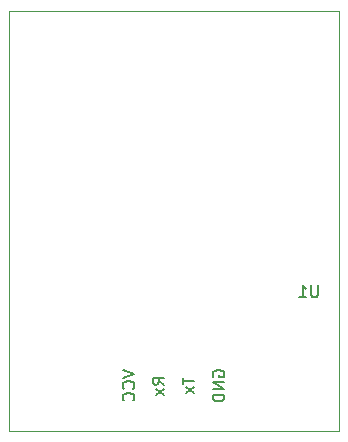
<source format=gbo>
G04 #@! TF.GenerationSoftware,KiCad,Pcbnew,(5.1.4-0)*
G04 #@! TF.CreationDate,2019-11-11T14:47:22+00:00*
G04 #@! TF.ProjectId,2M_DRA818V_Transceiver_Buttons,324d5f44-5241-4383-9138-565f5472616e,rev?*
G04 #@! TF.SameCoordinates,Original*
G04 #@! TF.FileFunction,Legend,Bot*
G04 #@! TF.FilePolarity,Positive*
%FSLAX46Y46*%
G04 Gerber Fmt 4.6, Leading zero omitted, Abs format (unit mm)*
G04 Created by KiCad (PCBNEW (5.1.4-0)) date 2019-11-11 14:47:22*
%MOMM*%
%LPD*%
G04 APERTURE LIST*
%ADD10C,0.120000*%
%ADD11C,0.150000*%
G04 APERTURE END LIST*
D10*
X148560000Y-126520000D02*
X148560000Y-90960000D01*
X148560000Y-90960000D02*
X120620000Y-90960000D01*
X120620000Y-90960000D02*
X120620000Y-126520000D01*
X120620000Y-126520000D02*
X148560000Y-126520000D01*
D11*
X146761904Y-114202380D02*
X146761904Y-115011904D01*
X146714285Y-115107142D01*
X146666666Y-115154761D01*
X146571428Y-115202380D01*
X146380952Y-115202380D01*
X146285714Y-115154761D01*
X146238095Y-115107142D01*
X146190476Y-115011904D01*
X146190476Y-114202380D01*
X145190476Y-115202380D02*
X145761904Y-115202380D01*
X145476190Y-115202380D02*
X145476190Y-114202380D01*
X145571428Y-114345238D01*
X145666666Y-114440476D01*
X145761904Y-114488095D01*
X137900000Y-121948095D02*
X137852380Y-121852857D01*
X137852380Y-121710000D01*
X137900000Y-121567142D01*
X137995238Y-121471904D01*
X138090476Y-121424285D01*
X138280952Y-121376666D01*
X138423809Y-121376666D01*
X138614285Y-121424285D01*
X138709523Y-121471904D01*
X138804761Y-121567142D01*
X138852380Y-121710000D01*
X138852380Y-121805238D01*
X138804761Y-121948095D01*
X138757142Y-121995714D01*
X138423809Y-121995714D01*
X138423809Y-121805238D01*
X138852380Y-122424285D02*
X137852380Y-122424285D01*
X138852380Y-122995714D01*
X137852380Y-122995714D01*
X138852380Y-123471904D02*
X137852380Y-123471904D01*
X137852380Y-123710000D01*
X137900000Y-123852857D01*
X137995238Y-123948095D01*
X138090476Y-123995714D01*
X138280952Y-124043333D01*
X138423809Y-124043333D01*
X138614285Y-123995714D01*
X138709523Y-123948095D01*
X138804761Y-123852857D01*
X138852380Y-123710000D01*
X138852380Y-123471904D01*
X135312380Y-122019523D02*
X135312380Y-122590952D01*
X136312380Y-122305238D02*
X135312380Y-122305238D01*
X136312380Y-122829047D02*
X135645714Y-123352857D01*
X135645714Y-122829047D02*
X136312380Y-123352857D01*
X133772380Y-122614761D02*
X133296190Y-122281428D01*
X133772380Y-122043333D02*
X132772380Y-122043333D01*
X132772380Y-122424285D01*
X132820000Y-122519523D01*
X132867619Y-122567142D01*
X132962857Y-122614761D01*
X133105714Y-122614761D01*
X133200952Y-122567142D01*
X133248571Y-122519523D01*
X133296190Y-122424285D01*
X133296190Y-122043333D01*
X133772380Y-122948095D02*
X133105714Y-123471904D01*
X133105714Y-122948095D02*
X133772380Y-123471904D01*
X130232380Y-121376666D02*
X131232380Y-121710000D01*
X130232380Y-122043333D01*
X131137142Y-122948095D02*
X131184761Y-122900476D01*
X131232380Y-122757619D01*
X131232380Y-122662380D01*
X131184761Y-122519523D01*
X131089523Y-122424285D01*
X130994285Y-122376666D01*
X130803809Y-122329047D01*
X130660952Y-122329047D01*
X130470476Y-122376666D01*
X130375238Y-122424285D01*
X130280000Y-122519523D01*
X130232380Y-122662380D01*
X130232380Y-122757619D01*
X130280000Y-122900476D01*
X130327619Y-122948095D01*
X131137142Y-123948095D02*
X131184761Y-123900476D01*
X131232380Y-123757619D01*
X131232380Y-123662380D01*
X131184761Y-123519523D01*
X131089523Y-123424285D01*
X130994285Y-123376666D01*
X130803809Y-123329047D01*
X130660952Y-123329047D01*
X130470476Y-123376666D01*
X130375238Y-123424285D01*
X130280000Y-123519523D01*
X130232380Y-123662380D01*
X130232380Y-123757619D01*
X130280000Y-123900476D01*
X130327619Y-123948095D01*
M02*

</source>
